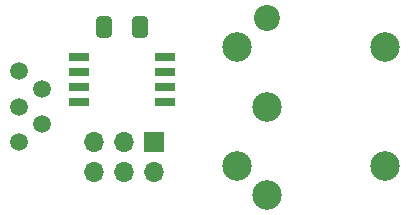
<source format=gbr>
%TF.GenerationSoftware,KiCad,Pcbnew,6.0.2+dfsg-1*%
%TF.CreationDate,2024-04-13T11:51:50+02:00*%
%TF.ProjectId,ps2_to_amiga,7073325f-746f-45f6-916d-6967612e6b69,rev?*%
%TF.SameCoordinates,Original*%
%TF.FileFunction,Soldermask,Top*%
%TF.FilePolarity,Negative*%
%FSLAX46Y46*%
G04 Gerber Fmt 4.6, Leading zero omitted, Abs format (unit mm)*
G04 Created by KiCad (PCBNEW 6.0.2+dfsg-1) date 2024-04-13 11:51:50*
%MOMM*%
%LPD*%
G01*
G04 APERTURE LIST*
G04 Aperture macros list*
%AMRoundRect*
0 Rectangle with rounded corners*
0 $1 Rounding radius*
0 $2 $3 $4 $5 $6 $7 $8 $9 X,Y pos of 4 corners*
0 Add a 4 corners polygon primitive as box body*
4,1,4,$2,$3,$4,$5,$6,$7,$8,$9,$2,$3,0*
0 Add four circle primitives for the rounded corners*
1,1,$1+$1,$2,$3*
1,1,$1+$1,$4,$5*
1,1,$1+$1,$6,$7*
1,1,$1+$1,$8,$9*
0 Add four rect primitives between the rounded corners*
20,1,$1+$1,$2,$3,$4,$5,0*
20,1,$1+$1,$4,$5,$6,$7,0*
20,1,$1+$1,$6,$7,$8,$9,0*
20,1,$1+$1,$8,$9,$2,$3,0*%
G04 Aperture macros list end*
%ADD10R,1.700000X0.650000*%
%ADD11R,1.700000X1.700000*%
%ADD12O,1.700000X1.700000*%
%ADD13C,2.200000*%
%ADD14C,2.500000*%
%ADD15C,1.500000*%
%ADD16RoundRect,0.250000X0.412500X0.650000X-0.412500X0.650000X-0.412500X-0.650000X0.412500X-0.650000X0*%
G04 APERTURE END LIST*
D10*
%TO.C,U1*%
X151400000Y-75845000D03*
X151400000Y-77115000D03*
X151400000Y-78385000D03*
X151400000Y-79655000D03*
X144100000Y-79655000D03*
X144100000Y-78385000D03*
X144100000Y-77115000D03*
X144100000Y-75845000D03*
%TD*%
D11*
%TO.C,J2*%
X150500000Y-83000000D03*
D12*
X150500000Y-85540000D03*
X147960000Y-83000000D03*
X147960000Y-85540000D03*
X145420000Y-83000000D03*
X145420000Y-85540000D03*
%TD*%
D13*
%TO.C,J4*%
X160000000Y-72500000D03*
D14*
X160000000Y-80000000D03*
X160000000Y-87500000D03*
X157500000Y-75000000D03*
X157500000Y-85000000D03*
X170000000Y-85000000D03*
X170000000Y-75000000D03*
%TD*%
D15*
%TO.C,J1*%
X139000000Y-77000000D03*
X141000000Y-78500000D03*
X139000000Y-80000000D03*
X141000000Y-81500000D03*
X139000000Y-83000000D03*
%TD*%
D16*
%TO.C,C1*%
X149312500Y-73250000D03*
X146187500Y-73250000D03*
%TD*%
M02*

</source>
